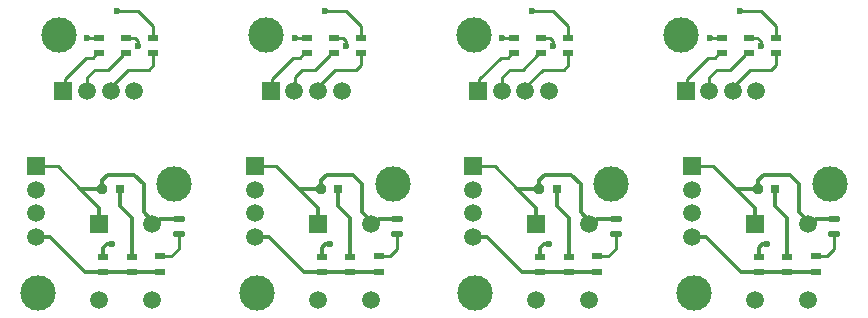
<source format=gtl>
G04*
G04 #@! TF.GenerationSoftware,Altium Limited,Altium Designer,20.1.8 (145)*
G04*
G04 Layer_Physical_Order=1*
G04 Layer_Color=255*
%FSLAX25Y25*%
%MOIN*%
G70*
G04*
G04 #@! TF.SameCoordinates,412804ED-27A4-4B33-A170-4839FA9A990F*
G04*
G04*
G04 #@! TF.FilePolarity,Positive*
G04*
G01*
G75*
%ADD10R,0.03740X0.01968*%
G04:AMPARAMS|DCode=11|XSize=19.68mil|YSize=37.4mil|CornerRadius=4.92mil|HoleSize=0mil|Usage=FLASHONLY|Rotation=270.000|XOffset=0mil|YOffset=0mil|HoleType=Round|Shape=RoundedRectangle|*
%AMROUNDEDRECTD11*
21,1,0.01968,0.02756,0,0,270.0*
21,1,0.00984,0.03740,0,0,270.0*
1,1,0.00984,-0.01378,-0.00492*
1,1,0.00984,-0.01378,0.00492*
1,1,0.00984,0.01378,0.00492*
1,1,0.00984,0.01378,-0.00492*
%
%ADD11ROUNDEDRECTD11*%
G04:AMPARAMS|DCode=12|XSize=31.5mil|YSize=31.5mil|CornerRadius=7.87mil|HoleSize=0mil|Usage=FLASHONLY|Rotation=0.000|XOffset=0mil|YOffset=0mil|HoleType=Round|Shape=RoundedRectangle|*
%AMROUNDEDRECTD12*
21,1,0.03150,0.01575,0,0,0.0*
21,1,0.01575,0.03150,0,0,0.0*
1,1,0.01575,0.00787,-0.00787*
1,1,0.01575,-0.00787,-0.00787*
1,1,0.01575,-0.00787,0.00787*
1,1,0.01575,0.00787,0.00787*
%
%ADD12ROUNDEDRECTD12*%
%ADD13R,0.03150X0.03150*%
%ADD14C,0.01000*%
%ADD15C,0.01181*%
%ADD16R,0.03543X0.01968*%
%ADD17C,0.00122*%
%ADD18C,0.11811*%
%ADD19C,0.05906*%
%ADD20R,0.05906X0.05906*%
%ADD21C,0.02362*%
%ADD22R,0.05906X0.05906*%
D10*
X54894Y15114D02*
D03*
Y20232D02*
D03*
X35996Y20126D02*
D03*
Y15008D02*
D03*
X45445Y15008D02*
D03*
Y20126D02*
D03*
X127728Y15114D02*
D03*
Y20232D02*
D03*
X108831Y20126D02*
D03*
Y15008D02*
D03*
X118280Y15008D02*
D03*
Y20126D02*
D03*
X200563Y15114D02*
D03*
Y20232D02*
D03*
X181665Y20126D02*
D03*
Y15008D02*
D03*
X191114Y15008D02*
D03*
Y20126D02*
D03*
X273398Y15114D02*
D03*
Y20232D02*
D03*
X254500Y20126D02*
D03*
Y15008D02*
D03*
X263949Y15008D02*
D03*
Y20126D02*
D03*
X260067Y87933D02*
D03*
Y93051D02*
D03*
X190945Y87933D02*
D03*
Y93051D02*
D03*
X121823Y87933D02*
D03*
Y93051D02*
D03*
X52701Y87933D02*
D03*
Y93051D02*
D03*
D11*
X61193Y32651D02*
D03*
Y27533D02*
D03*
X134028Y32651D02*
D03*
Y27533D02*
D03*
X206862Y32651D02*
D03*
Y27533D02*
D03*
X279697Y32651D02*
D03*
Y27533D02*
D03*
D12*
X35602Y42764D02*
D03*
X108437D02*
D03*
X181272D02*
D03*
X254106D02*
D03*
D13*
X41508D02*
D03*
X114342D02*
D03*
X187177D02*
D03*
X260012D02*
D03*
D14*
X13555Y50350D02*
X20724D01*
X28310Y42764D01*
X61193Y22791D02*
Y27533D01*
X58634Y20232D02*
X61193Y22791D01*
X54894Y20232D02*
X58634D01*
X86390Y50350D02*
X93559D01*
X101145Y42764D01*
X134028Y22791D02*
Y27533D01*
X131468Y20232D02*
X134028Y22791D01*
X127728Y20232D02*
X131468D01*
X159224Y50350D02*
X166393D01*
X173980Y42764D01*
X206862Y22791D02*
Y27533D01*
X204303Y20232D02*
X206862Y22791D01*
X200563Y20232D02*
X204303D01*
X232059Y50350D02*
X239228D01*
X246814Y42764D01*
X279697Y22791D02*
Y27533D01*
X277138Y20232D02*
X279697Y22791D01*
X273398Y20232D02*
X277138D01*
X245815Y75492D02*
Y76740D01*
X258567Y82492D02*
X251567D01*
X245815Y76740D02*
X251567Y82492D01*
X239839Y86492D02*
X237567D01*
X230434Y79359D02*
X237567Y86492D01*
X230067Y75492D02*
X230434Y75859D01*
Y79359D01*
X239839Y86492D02*
X241280Y87933D01*
X244839Y82492D02*
X240567D01*
X249795Y87449D02*
Y87449D01*
X244839Y82492D02*
X249795Y87449D01*
X251067Y87933D02*
X250279D01*
X249795Y87449D02*
X250279Y87933D01*
X255067Y101992D02*
X248067D01*
X260067Y96992D02*
X255067Y101992D01*
X260067Y93051D02*
Y96992D01*
X242008Y92992D02*
X242067Y93051D01*
X242008Y92992D02*
X238067D01*
X260067Y83992D02*
Y87933D01*
X258567Y82492D02*
X260067Y83992D01*
X237941Y75492D02*
X238020Y75571D01*
Y79945D01*
X240567Y82492D01*
X242067Y87933D02*
X241280D01*
X255067Y90492D02*
Y91992D01*
X254008Y93051D01*
X251067D01*
X176693Y75492D02*
Y76740D01*
X189445Y82492D02*
X182445D01*
X176693Y76740D02*
X182445Y82492D01*
X170717Y86492D02*
X168445D01*
X161312Y79359D02*
X168445Y86492D01*
X160945Y75492D02*
X161312Y75859D01*
Y79359D01*
X170717Y86492D02*
X172157Y87933D01*
X175716Y82492D02*
X171445D01*
X180673Y87449D02*
Y87449D01*
X175716Y82492D02*
X180673Y87449D01*
X181945Y87933D02*
X181157D01*
X180673Y87449D02*
X181157Y87933D01*
X185945Y101992D02*
X178945D01*
X190945Y96992D02*
X185945Y101992D01*
X190945Y93051D02*
Y96992D01*
X172886Y92992D02*
X172945Y93051D01*
X172886Y92992D02*
X168945D01*
X190945Y83992D02*
Y87933D01*
X189445Y82492D02*
X190945Y83992D01*
X168819Y75492D02*
X168898Y75571D01*
Y79945D01*
X171445Y82492D01*
X172945Y87933D02*
X172157D01*
X185945Y90492D02*
Y91992D01*
X184886Y93051D01*
X181945D01*
X107571Y75492D02*
Y76740D01*
X120323Y82492D02*
X113323D01*
X107571Y76740D02*
X113323Y82492D01*
X101594Y86492D02*
X99323D01*
X92190Y79359D02*
X99323Y86492D01*
X91823Y75492D02*
X92190Y75859D01*
Y79359D01*
X101594Y86492D02*
X103035Y87933D01*
X106595Y82492D02*
X102323D01*
X111551Y87449D02*
Y87449D01*
X106595Y82492D02*
X111551Y87449D01*
X112823Y87933D02*
X112035D01*
X111551Y87449D02*
X112035Y87933D01*
X116823Y101992D02*
X109823D01*
X121823Y96992D02*
X116823Y101992D01*
X121823Y93051D02*
Y96992D01*
X103764Y92992D02*
X103823Y93051D01*
X103764Y92992D02*
X99823D01*
X121823Y83992D02*
Y87933D01*
X120323Y82492D02*
X121823Y83992D01*
X99697Y75492D02*
X99776Y75571D01*
Y79945D01*
X102323Y82492D01*
X103823Y87933D02*
X103035D01*
X116823Y90492D02*
Y91992D01*
X115764Y93051D01*
X112823D01*
X38449Y75492D02*
Y76740D01*
X51201Y82492D02*
X44201D01*
X38449Y76740D02*
X44201Y82492D01*
X32472Y86492D02*
X30201D01*
X23068Y79359D02*
X30201Y86492D01*
X22701Y75492D02*
X23068Y75859D01*
Y79359D01*
X32472Y86492D02*
X33913Y87933D01*
X37472Y82492D02*
X33201D01*
X42429Y87449D02*
Y87449D01*
X37472Y82492D02*
X42429Y87449D01*
X43701Y87933D02*
X42913D01*
X42429Y87449D02*
X42913Y87933D01*
X47701Y101992D02*
X40701D01*
X52701Y96992D02*
X47701Y101992D01*
X52701Y93051D02*
Y96992D01*
X34642Y92992D02*
X34701Y93051D01*
X34642Y92992D02*
X30701D01*
X52701Y83992D02*
Y87933D01*
X51201Y82492D02*
X52701Y83992D01*
X30575Y75492D02*
X30654Y75571D01*
Y79945D01*
X33201Y82492D01*
X34701Y87933D02*
X33913D01*
X47701Y90492D02*
Y91992D01*
X46642Y93051D01*
X43701D01*
D15*
X13555Y26728D02*
X13678Y26605D01*
X18280D01*
X35996Y15008D02*
X45445D01*
X35996Y15008D02*
X35996Y15008D01*
X55287D02*
X55287Y15008D01*
X45445Y15008D02*
X55287D01*
X41508Y36858D02*
X45445Y32921D01*
Y20126D02*
Y32921D01*
X41508Y36858D02*
Y42764D01*
X29877Y15008D02*
X35996D01*
X18280Y26605D02*
X29877Y15008D01*
X28310Y42764D02*
X34618Y36456D01*
Y31150D02*
Y36456D01*
X28310Y42764D02*
X35602D01*
X52335Y31150D02*
X53613D01*
X55008Y32544D01*
X61193D01*
X49382Y34878D02*
Y44339D01*
Y34878D02*
X52335Y31925D01*
Y31150D02*
Y31925D01*
X46232Y47488D02*
X49382Y44339D01*
X37571Y47488D02*
X46232D01*
X35602Y45520D02*
X37571Y47488D01*
X35602Y42764D02*
Y45520D01*
X35996Y20126D02*
Y23079D01*
X37177Y24260D01*
X38752D01*
X86390Y26728D02*
X86513Y26605D01*
X91114D01*
X108831Y15008D02*
X118280D01*
X108831Y15008D02*
X108831Y15008D01*
X128122D02*
X128122Y15008D01*
X118280Y15008D02*
X128122D01*
X114342Y36858D02*
X118280Y32921D01*
Y20126D02*
Y32921D01*
X114342Y36858D02*
Y42764D01*
X102712Y15008D02*
X108831D01*
X91114Y26605D02*
X102712Y15008D01*
X101145Y42764D02*
X107453Y36456D01*
Y31150D02*
Y36456D01*
X101145Y42764D02*
X108437D01*
X125169Y31150D02*
X126448D01*
X127842Y32544D01*
X134028D01*
X122216Y34878D02*
Y44339D01*
Y34878D02*
X125169Y31925D01*
Y31150D02*
Y31925D01*
X119067Y47488D02*
X122216Y44339D01*
X110406Y47488D02*
X119067D01*
X108437Y45520D02*
X110406Y47488D01*
X108437Y42764D02*
Y45520D01*
X108831Y20126D02*
Y23079D01*
X110012Y24260D01*
X111587D01*
X159224Y26728D02*
X159347Y26605D01*
X163949D01*
X181665Y15008D02*
X191114D01*
X181665Y15008D02*
X181665Y15008D01*
X200957D02*
X200957Y15008D01*
X191114Y15008D02*
X200957D01*
X187177Y36858D02*
X191114Y32921D01*
Y20126D02*
Y32921D01*
X187177Y36858D02*
Y42764D01*
X175546Y15008D02*
X181665D01*
X163949Y26605D02*
X175546Y15008D01*
X173980Y42764D02*
X180287Y36456D01*
Y31150D02*
Y36456D01*
X173980Y42764D02*
X181272D01*
X198004Y31150D02*
X199282D01*
X200677Y32544D01*
X206862D01*
X195051Y34878D02*
Y44339D01*
Y34878D02*
X198004Y31925D01*
Y31150D02*
Y31925D01*
X191902Y47488D02*
X195051Y44339D01*
X183240Y47488D02*
X191902D01*
X181272Y45520D02*
X183240Y47488D01*
X181272Y42764D02*
Y45520D01*
X181665Y20126D02*
Y23079D01*
X182846Y24260D01*
X184421D01*
X232059Y26728D02*
X232182Y26605D01*
X236784D01*
X254500Y15008D02*
X263949D01*
X254500Y15008D02*
X254500Y15008D01*
X273791D02*
X273791Y15008D01*
X263949Y15008D02*
X273791D01*
X260012Y36858D02*
X263949Y32921D01*
Y20126D02*
Y32921D01*
X260012Y36858D02*
Y42764D01*
X248381Y15008D02*
X254500D01*
X236784Y26605D02*
X248381Y15008D01*
X246814Y42764D02*
X253122Y36456D01*
Y31150D02*
Y36456D01*
X246814Y42764D02*
X254106D01*
X270839Y31150D02*
X272117D01*
X273512Y32544D01*
X279697D01*
X267886Y34878D02*
Y44339D01*
Y34878D02*
X270839Y31925D01*
Y31150D02*
Y31925D01*
X264736Y47488D02*
X267886Y44339D01*
X256075Y47488D02*
X264736D01*
X254106Y45520D02*
X256075Y47488D01*
X254106Y42764D02*
Y45520D01*
X254500Y20126D02*
Y23079D01*
X255681Y24260D01*
X257256D01*
D16*
X242067Y93051D02*
D03*
Y87933D02*
D03*
X251067Y93051D02*
D03*
Y87933D02*
D03*
X172945Y93051D02*
D03*
Y87933D02*
D03*
X181945Y93051D02*
D03*
Y87933D02*
D03*
X103823Y93051D02*
D03*
Y87933D02*
D03*
X112823Y93051D02*
D03*
Y87933D02*
D03*
X34701Y93051D02*
D03*
Y87933D02*
D03*
X43701Y93051D02*
D03*
Y87933D02*
D03*
D17*
X215748Y79724D02*
D03*
Y83661D02*
D03*
Y91535D02*
D03*
Y87598D02*
D03*
X218504D02*
D03*
Y91535D02*
D03*
Y83661D02*
D03*
Y79724D02*
D03*
X197244Y80118D02*
D03*
Y84055D02*
D03*
Y91929D02*
D03*
Y87992D02*
D03*
X200000D02*
D03*
Y91929D02*
D03*
Y84055D02*
D03*
Y80118D02*
D03*
X147244Y79724D02*
D03*
Y83661D02*
D03*
Y91535D02*
D03*
Y87598D02*
D03*
X150000D02*
D03*
Y91535D02*
D03*
Y83661D02*
D03*
Y79724D02*
D03*
X128347Y80118D02*
D03*
Y84055D02*
D03*
Y91929D02*
D03*
Y87992D02*
D03*
X131102D02*
D03*
Y91929D02*
D03*
Y84055D02*
D03*
Y80118D02*
D03*
X77953Y79724D02*
D03*
Y83661D02*
D03*
Y91535D02*
D03*
Y87598D02*
D03*
X80709D02*
D03*
Y91535D02*
D03*
Y83661D02*
D03*
Y79724D02*
D03*
X61811D02*
D03*
Y83661D02*
D03*
Y91535D02*
D03*
Y87598D02*
D03*
X59055D02*
D03*
Y91535D02*
D03*
Y83661D02*
D03*
Y79724D02*
D03*
X254528Y59842D02*
D03*
X250591D02*
D03*
X242717D02*
D03*
X246654D02*
D03*
Y62598D02*
D03*
X242717D02*
D03*
X250591D02*
D03*
X254528D02*
D03*
X181693Y59842D02*
D03*
X177756D02*
D03*
X169882D02*
D03*
X173819D02*
D03*
Y62598D02*
D03*
X169882D02*
D03*
X177756D02*
D03*
X181693D02*
D03*
X214370Y29528D02*
D03*
Y25591D02*
D03*
Y17717D02*
D03*
Y21654D02*
D03*
X217126D02*
D03*
Y17717D02*
D03*
Y25591D02*
D03*
Y29528D02*
D03*
X109252Y59842D02*
D03*
X105315D02*
D03*
X97441D02*
D03*
X101378D02*
D03*
Y62598D02*
D03*
X97441D02*
D03*
X105315D02*
D03*
X109252D02*
D03*
X141929Y29528D02*
D03*
Y25591D02*
D03*
Y17717D02*
D03*
Y21654D02*
D03*
X144685D02*
D03*
Y17717D02*
D03*
Y25591D02*
D03*
Y29528D02*
D03*
X36811Y59842D02*
D03*
X32874D02*
D03*
X25000D02*
D03*
X28937D02*
D03*
Y62598D02*
D03*
X25000D02*
D03*
X32874D02*
D03*
X36811D02*
D03*
X69488Y29528D02*
D03*
Y25591D02*
D03*
Y17717D02*
D03*
Y21654D02*
D03*
X72244D02*
D03*
Y17717D02*
D03*
Y25591D02*
D03*
Y29528D02*
D03*
D18*
X59618Y44339D02*
D03*
X14343Y8118D02*
D03*
X132453Y44339D02*
D03*
X87177Y8118D02*
D03*
X205287Y44339D02*
D03*
X160012Y8118D02*
D03*
X278122Y44339D02*
D03*
X232846Y8118D02*
D03*
X228567Y93992D02*
D03*
X159445D02*
D03*
X90323D02*
D03*
X21201D02*
D03*
D19*
X13555Y26728D02*
D03*
Y42476D02*
D03*
Y34602D02*
D03*
X34618Y5559D02*
D03*
X52335D02*
D03*
Y31150D02*
D03*
X86390Y26728D02*
D03*
Y42476D02*
D03*
Y34602D02*
D03*
X107453Y5559D02*
D03*
X125169D02*
D03*
Y31150D02*
D03*
X159224Y26728D02*
D03*
Y42476D02*
D03*
Y34602D02*
D03*
X180287Y5559D02*
D03*
X198004D02*
D03*
Y31150D02*
D03*
X232059Y26728D02*
D03*
Y42476D02*
D03*
Y34602D02*
D03*
X253122Y5559D02*
D03*
X270839D02*
D03*
Y31150D02*
D03*
X253689Y75492D02*
D03*
X237941D02*
D03*
X245815D02*
D03*
X184567D02*
D03*
X168819D02*
D03*
X176693D02*
D03*
X115445D02*
D03*
X99697D02*
D03*
X107571D02*
D03*
X46323D02*
D03*
X30575D02*
D03*
X38449D02*
D03*
D20*
X13555Y50350D02*
D03*
X34618Y31150D02*
D03*
X86390Y50350D02*
D03*
X107453Y31150D02*
D03*
X159224Y50350D02*
D03*
X180287Y31150D02*
D03*
X232059Y50350D02*
D03*
X253122Y31150D02*
D03*
D21*
X38752Y24260D02*
D03*
X111587D02*
D03*
X184421D02*
D03*
X257256D02*
D03*
X248067Y101992D02*
D03*
X238067Y92992D02*
D03*
X255067Y90492D02*
D03*
X178945Y101992D02*
D03*
X168945Y92992D02*
D03*
X185945Y90492D02*
D03*
X109823Y101992D02*
D03*
X99823Y92992D02*
D03*
X116823Y90492D02*
D03*
X40701Y101992D02*
D03*
X30701Y92992D02*
D03*
X47701Y90492D02*
D03*
D22*
X230067Y75492D02*
D03*
X160945D02*
D03*
X91823D02*
D03*
X22701D02*
D03*
M02*

</source>
